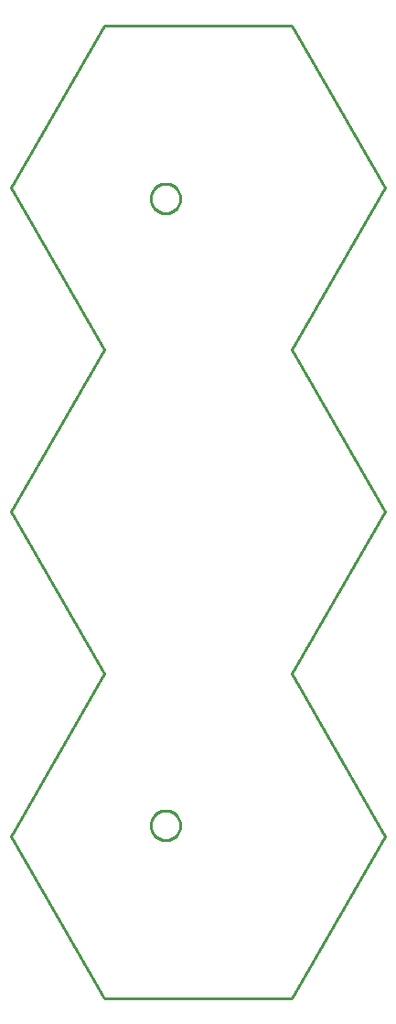
<source format=gbr>
G04 EAGLE Gerber RS-274X export*
G75*
%MOMM*%
%FSLAX34Y34*%
%LPD*%
%IN*%
%IPPOS*%
%AMOC8*
5,1,8,0,0,1.08239X$1,22.5*%
G01*
%ADD10C,0.254000*%


D10*
X656788Y790040D02*
X743403Y640009D01*
X656797Y490017D01*
X743412Y339986D01*
X916605Y339996D01*
X1003210Y489979D01*
X916614Y640000D01*
X1003201Y789955D01*
X916605Y939976D01*
X1003201Y1089959D01*
X916553Y1240051D01*
X743412Y1240051D01*
X656807Y1089978D01*
X743403Y940033D01*
X656788Y790040D01*
X813750Y499509D02*
X813680Y498529D01*
X813540Y497557D01*
X813331Y496597D01*
X813055Y495655D01*
X812711Y494735D01*
X812303Y493841D01*
X811833Y492979D01*
X811302Y492153D01*
X810713Y491367D01*
X810070Y490625D01*
X809375Y489930D01*
X808633Y489287D01*
X807847Y488698D01*
X807021Y488167D01*
X806159Y487697D01*
X805265Y487289D01*
X804345Y486945D01*
X803403Y486669D01*
X802443Y486460D01*
X801471Y486320D01*
X800491Y486250D01*
X799509Y486250D01*
X798529Y486320D01*
X797557Y486460D01*
X796597Y486669D01*
X795655Y486945D01*
X794735Y487289D01*
X793841Y487697D01*
X792979Y488167D01*
X792153Y488698D01*
X791367Y489287D01*
X790625Y489930D01*
X789930Y490625D01*
X789287Y491367D01*
X788698Y492153D01*
X788167Y492979D01*
X787697Y493841D01*
X787289Y494735D01*
X786945Y495655D01*
X786669Y496597D01*
X786460Y497557D01*
X786320Y498529D01*
X786250Y499509D01*
X786250Y500491D01*
X786320Y501471D01*
X786460Y502443D01*
X786669Y503403D01*
X786945Y504345D01*
X787289Y505265D01*
X787697Y506159D01*
X788167Y507021D01*
X788698Y507847D01*
X789287Y508633D01*
X789930Y509375D01*
X790625Y510070D01*
X791367Y510713D01*
X792153Y511302D01*
X792979Y511833D01*
X793841Y512303D01*
X794735Y512711D01*
X795655Y513055D01*
X796597Y513331D01*
X797557Y513540D01*
X798529Y513680D01*
X799509Y513750D01*
X800491Y513750D01*
X801471Y513680D01*
X802443Y513540D01*
X803403Y513331D01*
X804345Y513055D01*
X805265Y512711D01*
X806159Y512303D01*
X807021Y511833D01*
X807847Y511302D01*
X808633Y510713D01*
X809375Y510070D01*
X810070Y509375D01*
X810713Y508633D01*
X811302Y507847D01*
X811833Y507021D01*
X812303Y506159D01*
X812711Y505265D01*
X813055Y504345D01*
X813331Y503403D01*
X813540Y502443D01*
X813680Y501471D01*
X813750Y500491D01*
X813750Y499509D01*
X813750Y1079509D02*
X813680Y1078529D01*
X813540Y1077557D01*
X813331Y1076597D01*
X813055Y1075655D01*
X812711Y1074735D01*
X812303Y1073841D01*
X811833Y1072979D01*
X811302Y1072153D01*
X810713Y1071367D01*
X810070Y1070625D01*
X809375Y1069930D01*
X808633Y1069287D01*
X807847Y1068698D01*
X807021Y1068167D01*
X806159Y1067697D01*
X805265Y1067289D01*
X804345Y1066945D01*
X803403Y1066669D01*
X802443Y1066460D01*
X801471Y1066320D01*
X800491Y1066250D01*
X799509Y1066250D01*
X798529Y1066320D01*
X797557Y1066460D01*
X796597Y1066669D01*
X795655Y1066945D01*
X794735Y1067289D01*
X793841Y1067697D01*
X792979Y1068167D01*
X792153Y1068698D01*
X791367Y1069287D01*
X790625Y1069930D01*
X789930Y1070625D01*
X789287Y1071367D01*
X788698Y1072153D01*
X788167Y1072979D01*
X787697Y1073841D01*
X787289Y1074735D01*
X786945Y1075655D01*
X786669Y1076597D01*
X786460Y1077557D01*
X786320Y1078529D01*
X786250Y1079509D01*
X786250Y1080491D01*
X786320Y1081471D01*
X786460Y1082443D01*
X786669Y1083403D01*
X786945Y1084345D01*
X787289Y1085265D01*
X787697Y1086159D01*
X788167Y1087021D01*
X788698Y1087847D01*
X789287Y1088633D01*
X789930Y1089375D01*
X790625Y1090070D01*
X791367Y1090713D01*
X792153Y1091302D01*
X792979Y1091833D01*
X793841Y1092303D01*
X794735Y1092711D01*
X795655Y1093055D01*
X796597Y1093331D01*
X797557Y1093540D01*
X798529Y1093680D01*
X799509Y1093750D01*
X800491Y1093750D01*
X801471Y1093680D01*
X802443Y1093540D01*
X803403Y1093331D01*
X804345Y1093055D01*
X805265Y1092711D01*
X806159Y1092303D01*
X807021Y1091833D01*
X807847Y1091302D01*
X808633Y1090713D01*
X809375Y1090070D01*
X810070Y1089375D01*
X810713Y1088633D01*
X811302Y1087847D01*
X811833Y1087021D01*
X812303Y1086159D01*
X812711Y1085265D01*
X813055Y1084345D01*
X813331Y1083403D01*
X813540Y1082443D01*
X813680Y1081471D01*
X813750Y1080491D01*
X813750Y1079509D01*
M02*

</source>
